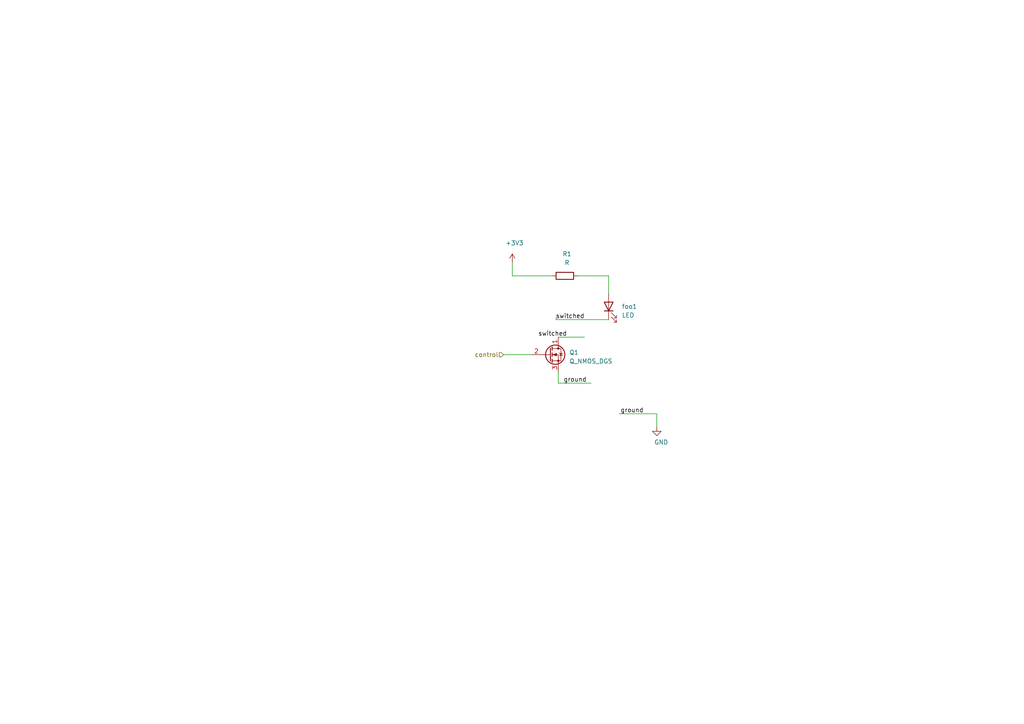
<source format=kicad_sch>
(kicad_sch (version 20201015) (generator eeschema)
  (paper "A4")
  (lib_symbols
    (symbol "Device:LED" (pin_numbers hide) (pin_names (offset 1.016) hide)
      (property "Reference" "D" (at 0 2.54 0))
      (property "Value" "LED" (at 0 -2.54 0))
      (symbol "LED_0_1"
        (polyline (pts (xy -1.27 -1.27) (xy -1.27 1.27)) (stroke (width 0.254)))
        (polyline (pts (xy -1.27 0) (xy 1.27 0)))
        (polyline (pts (xy 1.27 -1.27) (xy 1.27 1.27) (xy -1.27 0) (xy 1.27 -1.27)) (stroke (width 0.254)))
        (polyline (pts (xy -3.048 -0.762) (xy -4.572 -2.286) (xy -3.81 -2.286) (xy -4.572 -2.286) (xy -4.572 -1.524)))
        (polyline (pts (xy -1.778 -0.762) (xy -3.302 -2.286) (xy -2.54 -2.286) (xy -3.302 -2.286) (xy -3.302 -1.524)))
      )
      (symbol "LED_1_1"
        (pin passive line (at -3.81 0 0) (length 2.54) (name "K") (number "1"))
        (pin passive line (at 3.81 0 180) (length 2.54) (name "A") (number "2"))
      )
    )
    (symbol "Device:Q_NMOS_DGS" (pin_names (offset 0) hide)
      (property "Reference" "Q" (at 5.08 1.27 0))
      (property "Value" "Q_NMOS_DGS" (at 5.08 -1.27 0))
      (symbol "Q_NMOS_DGS_0_1"
        (circle (center 1.651 0) (radius 2.794) (stroke (width 0.254)))
        (circle (center 2.54 -1.778) (radius 0.254) (fill (type outline)))
        (circle (center 2.54 1.778) (radius 0.254) (fill (type outline)))
        (polyline (pts (xy 0.254 0) (xy -2.54 0)))
        (polyline (pts (xy 0.254 1.905) (xy 0.254 -1.905)) (stroke (width 0.254)))
        (polyline (pts (xy 0.762 -1.27) (xy 0.762 -2.286)) (stroke (width 0.254)))
        (polyline (pts (xy 0.762 0.508) (xy 0.762 -0.508)) (stroke (width 0.254)))
        (polyline (pts (xy 0.762 2.286) (xy 0.762 1.27)) (stroke (width 0.254)))
        (polyline (pts (xy 2.54 2.54) (xy 2.54 1.778)))
        (polyline (pts (xy 2.54 -2.54) (xy 2.54 0) (xy 0.762 0)))
        (polyline (pts (xy 0.762 -1.778) (xy 3.302 -1.778) (xy 3.302 1.778) (xy 0.762 1.778)))
        (polyline (pts (xy 1.016 0) (xy 2.032 0.381) (xy 2.032 -0.381) (xy 1.016 0)) (fill (type outline)))
        (polyline (pts (xy 2.794 0.508) (xy 2.921 0.381) (xy 3.683 0.381) (xy 3.81 0.254)))
        (polyline (pts (xy 3.302 0.381) (xy 2.921 -0.254) (xy 3.683 -0.254) (xy 3.302 0.381)))
      )
      (symbol "Q_NMOS_DGS_1_1"
        (pin passive line (at 2.54 5.08 270) (length 2.54) (name "D") (number "1"))
        (pin input line (at -5.08 0 0) (length 2.54) (name "G") (number "2"))
        (pin passive line (at 2.54 -5.08 90) (length 2.54) (name "S") (number "3"))
      )
    )
    (symbol "Device:R" (pin_numbers hide) (pin_names (offset 0))
      (property "Reference" "R" (at 2.032 0 90))
      (property "Value" "R" (at 0 0 90))
      (symbol "R_0_1"
        (rectangle (start -1.016 -2.54) (end 1.016 2.54) (stroke (width 0.254)))
      )
      (symbol "R_1_1"
        (pin passive line (at 0 3.81 270) (length 1.27) (name "~") (number "1"))
        (pin passive line (at 0 -3.81 90) (length 1.27) (name "~") (number "2"))
      )
    )
    (symbol "power:+3V3" (power) (pin_names (offset 0))
      (property "Value" "+3V3" (at 0 3.556 0))
      (symbol "+3V3_0_1"
        (polyline (pts (xy -0.762 1.27) (xy 0 2.54)))
        (polyline (pts (xy 0 0) (xy 0 2.54)))
        (polyline (pts (xy 0 2.54) (xy 0.762 1.27)))
      )
      (symbol "+3V3_1_1"
        (pin power_in line (at 0 0 90) (length 0) hide (name "+3V3") (number "1"))
      )
    )
    (symbol "power:GND" (power) (pin_names (offset 0))
      (property "Value" "GND" (at 0 -3.81 0))
      (symbol "GND_0_1"
        (polyline (pts (xy 0 0) (xy 0 -1.27) (xy 1.27 -1.27) (xy 0 -2.54) (xy -1.27 -1.27) (xy 0 -1.27)))
      )
      (symbol "GND_1_1"
        (pin power_in line (at 0 0 270) (length 0) hide (name "GND") (number "1"))
      )
    )
  )
  (wire (pts (xy 146.05 102.87) (xy 154.305 102.87)))
  (wire (pts (xy 148.59 80.01) (xy 148.59 76.2)))
  (wire (pts (xy 160.02 80.01) (xy 148.59 80.01)))
  (wire (pts (xy 161.29 92.075) (xy 161.29 92.71)))
  (wire (pts (xy 161.925 97.79) (xy 169.545 97.79)))
  (wire (pts (xy 161.925 107.95) (xy 161.925 111.125)))
  (wire (pts (xy 161.925 111.125) (xy 171.45 111.125)))
  (wire (pts (xy 167.64 80.01) (xy 176.53 80.01)))
  (wire (pts (xy 176.53 80.01) (xy 176.53 85.09)))
  (wire (pts (xy 176.53 92.71) (xy 161.29 92.71)))
  (wire (pts (xy 179.705 120.015) (xy 190.5 120.015)))
  (wire (pts (xy 190.5 120.015) (xy 190.5 123.825)))
  (label "switched" (at 164.465 97.79 180))
  (label "switched" (at 169.545 92.71 180))
  (label "ground" (at 170.18 111.125 180))
  (label "ground" (at 186.69 120.015 180))
  (hierarchical_label "control" (shape input) (at 146.05 102.87 180))
  (symbol (lib_id "power:+3V3") (at 148.59 76.2 0)
    (property "Reference" "#PWR01" (effects hide))
    (property "Value" "+3V3" (at 149.225 70.485 0))
  )
  (symbol (lib_id "power:GND") (at 190.5 123.825 0)
    (property "Reference" "#PWR02" (effects hide))
    (property "Value" "GND" (at 191.77 128.27 0))
  )
  (symbol (lib_id "Device:R") (at 163.83 80.01 90)
    (property "Reference" "R1" (at 164.465 73.66 90))
    (property "Value" "R" (at 164.465 76.2 90))
    (property "Footprint" "Resistor_SMD:R_0805_2012Metric" (effects hide))
  )
  (symbol (lib_id "Device:LED") (at 176.53 88.9 90)
    (property "Reference" "foo1" (at 180.34 88.9 90) (effects (justify right)))
    (property "Value" "LED" (at 180.34 91.44 90) (effects (justify right)))
    (property "Footprint" "LED_SMD:LED_0805_2012Metric" (effects hide))
  )
  (symbol (lib_id "Device:Q_NMOS_DGS") (at 159.385 102.87 0)
    (property "Reference" "Q1" (at 165.1 102.235 0) (effects (justify left)))
    (property "Value" "Q_NMOS_DGS" (at 165.1 104.775 0) (effects (justify left)))
    (property "Footprint" "Package_TO_SOT_SMD:SOT-23" (effects hide))
  )
)
</source>
